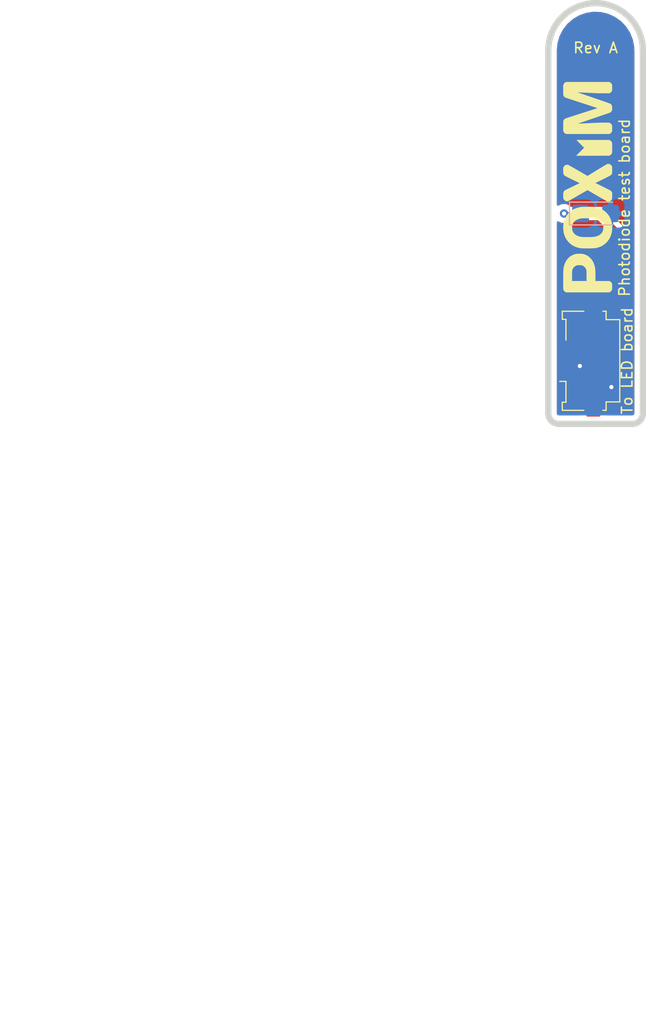
<source format=kicad_pcb>
(kicad_pcb (version 20171130) (host pcbnew "(5.1.0-0)")

  (general
    (thickness 1.6)
    (drawings 9)
    (tracks 10)
    (zones 0)
    (modules 4)
    (nets 5)
  )

  (page A4)
  (title_block
    (title "Finger sensor")
    (date 2020-04-27)
    (rev "Test proto")
    (company POxiM)
    (comment 1 "By Arthur Admiraal")
    (comment 2 "Infrared and red transmissivity sensor")
  )

  (layers
    (0 F.Cu signal)
    (31 B.Cu signal)
    (32 B.Adhes user)
    (33 F.Adhes user)
    (34 B.Paste user)
    (35 F.Paste user)
    (36 B.SilkS user)
    (37 F.SilkS user)
    (38 B.Mask user)
    (39 F.Mask user)
    (40 Dwgs.User user)
    (41 Cmts.User user)
    (42 Eco1.User user)
    (43 Eco2.User user)
    (44 Edge.Cuts user)
    (45 Margin user)
    (46 B.CrtYd user)
    (47 F.CrtYd user)
    (48 B.Fab user)
    (49 F.Fab user)
  )

  (setup
    (last_trace_width 0.25)
    (trace_clearance 0.2)
    (zone_clearance 0.508)
    (zone_45_only no)
    (trace_min 0.2)
    (via_size 0.8)
    (via_drill 0.4)
    (via_min_size 0.4)
    (via_min_drill 0.3)
    (user_via 0.6 0.3)
    (uvia_size 0.3)
    (uvia_drill 0.1)
    (uvias_allowed no)
    (uvia_min_size 0.2)
    (uvia_min_drill 0.1)
    (edge_width 0.05)
    (segment_width 0.2)
    (pcb_text_width 0.3)
    (pcb_text_size 1.5 1.5)
    (mod_edge_width 0.12)
    (mod_text_size 1 1)
    (mod_text_width 0.15)
    (pad_size 1.524 1.524)
    (pad_drill 0.762)
    (pad_to_mask_clearance 0.051)
    (solder_mask_min_width 0.25)
    (aux_axis_origin 0 0)
    (visible_elements FFFFFF7F)
    (pcbplotparams
      (layerselection 0x010fc_ffffffff)
      (usegerberextensions false)
      (usegerberattributes false)
      (usegerberadvancedattributes false)
      (creategerberjobfile false)
      (excludeedgelayer true)
      (linewidth 0.100000)
      (plotframeref false)
      (viasonmask false)
      (mode 1)
      (useauxorigin false)
      (hpglpennumber 1)
      (hpglpenspeed 20)
      (hpglpendiameter 15.000000)
      (psnegative false)
      (psa4output false)
      (plotreference true)
      (plotvalue true)
      (plotinvisibletext false)
      (padsonsilk false)
      (subtractmaskfromsilk false)
      (outputformat 1)
      (mirror false)
      (drillshape 1)
      (scaleselection 1)
      (outputdirectory ""))
  )

  (net 0 "")
  (net 1 GND)
  (net 2 "Net-(D1-Pad1)")
  (net 3 "Net-(J1-Pad4)")
  (net 4 "Net-(J1-Pad3)")

  (net_class Default "Dit is de standaard class."
    (clearance 0.2)
    (trace_width 0.25)
    (via_dia 0.8)
    (via_drill 0.4)
    (uvia_dia 0.3)
    (uvia_drill 0.1)
    (add_net GND)
    (add_net "Net-(D1-Pad1)")
    (add_net "Net-(J1-Pad3)")
    (add_net "Net-(J1-Pad4)")
  )

  (module POxiM-uncategorised:Molex_200528-0040_1x04-1MP_P1.00mm_Horizontal (layer F.Cu) (tedit 5EA6669E) (tstamp 5EA6C71F)
    (at 90.5 84 90)
    (descr "Molex Molex 1.00mm Pitch Easy-On BackFlip, Right-Angle, Bottom Contact FFC/FPC, 200528-0040, 4 Circuits (https://www.molex.com/pdm_docs/sd/2005280040_sd.pdf), generated with kicad-footprint-generator")
    (tags "connector Molex  top entry")
    (path /5EA6A4C1)
    (attr smd)
    (fp_text reference J1 (at 0 -2.61 90) (layer F.SilkS) hide
      (effects (font (size 1 1) (thickness 0.15)))
    )
    (fp_text value "To LED board" (at 0 5.39 90) (layer F.Fab)
      (effects (font (size 1 1) (thickness 0.15)))
    )
    (fp_text user %R (at 0 1.39 90) (layer F.Fab)
      (effects (font (size 1 1) (thickness 0.15)))
    )
    (fp_line (start 5.8 -1.91) (end -5.8 -1.91) (layer F.CrtYd) (width 0.05))
    (fp_line (start 5.8 4.69) (end 5.8 -1.91) (layer F.CrtYd) (width 0.05))
    (fp_line (start -5.8 4.69) (end 5.8 4.69) (layer F.CrtYd) (width 0.05))
    (fp_line (start -5.8 -1.91) (end -5.8 4.69) (layer F.CrtYd) (width 0.05))
    (fp_line (start 3.94 -0.82) (end 1.96 -0.82) (layer F.SilkS) (width 0.12))
    (fp_line (start 3.94 -1.17) (end 3.94 -0.82) (layer F.SilkS) (width 0.12))
    (fp_line (start 4.71 -1.17) (end 3.94 -1.17) (layer F.SilkS) (width 0.12))
    (fp_line (start 4.71 0.88) (end 4.71 -1.17) (layer F.SilkS) (width 0.12))
    (fp_line (start 4.71 3) (end 4.71 2.7) (layer F.SilkS) (width 0.12))
    (fp_line (start 3.91 3) (end 4.71 3) (layer F.SilkS) (width 0.12))
    (fp_line (start 3.91 4.3) (end 3.91 3) (layer F.SilkS) (width 0.12))
    (fp_line (start -3.91 4.3) (end 3.91 4.3) (layer F.SilkS) (width 0.12))
    (fp_line (start -3.91 3) (end -3.91 4.3) (layer F.SilkS) (width 0.12))
    (fp_line (start -4.71 3) (end -3.91 3) (layer F.SilkS) (width 0.12))
    (fp_line (start -4.71 2.7) (end -4.71 3) (layer F.SilkS) (width 0.12))
    (fp_line (start -4.71 -1.17) (end -4.71 0.88) (layer F.SilkS) (width 0.12))
    (fp_line (start -3.94 -1.17) (end -4.71 -1.17) (layer F.SilkS) (width 0.12))
    (fp_line (start -3.94 -0.82) (end -3.94 -1.17) (layer F.SilkS) (width 0.12))
    (fp_line (start -1.96 -0.82) (end -3.94 -0.82) (layer F.SilkS) (width 0.12))
    (fp_line (start -1.96 -1.41) (end -1.96 -0.82) (layer F.SilkS) (width 0.12))
    (fp_line (start 3.8 4.19) (end 3.8 0.19) (layer F.Fab) (width 0.1))
    (fp_line (start -3.8 4.19) (end 3.8 4.19) (layer F.Fab) (width 0.1))
    (fp_line (start -3.8 0.19) (end -3.8 4.19) (layer F.Fab) (width 0.1))
    (fp_line (start 3.8 0.19) (end -3.8 0.19) (layer F.Fab) (width 0.1))
    (fp_line (start -1.5 0.04) (end -1 -0.71) (layer F.Fab) (width 0.1))
    (fp_line (start -2 -0.71) (end -1.5 0.04) (layer F.Fab) (width 0.1))
    (fp_line (start 4.6 -1.06) (end 4.05 -1.06) (layer F.Fab) (width 0.1))
    (fp_line (start 4.6 2.89) (end 4.6 -1.06) (layer F.Fab) (width 0.1))
    (fp_line (start -4.6 2.89) (end 4.6 2.89) (layer F.Fab) (width 0.1))
    (fp_line (start -4.6 -1.06) (end -4.6 2.89) (layer F.Fab) (width 0.1))
    (fp_line (start -4.05 -1.06) (end -4.6 -1.06) (layer F.Fab) (width 0.1))
    (fp_line (start -4.05 -0.71) (end -4.05 -1.06) (layer F.Fab) (width 0.1))
    (fp_line (start 4.05 -0.71) (end -4.05 -0.71) (layer F.Fab) (width 0.1))
    (fp_line (start 4.05 -1.06) (end 4.05 -0.71) (layer F.Fab) (width 0.1))
    (pad 4 smd rect (at 1.5 -0.91 90) (size 0.4 1) (layers F.Cu F.Paste F.Mask)
      (net 3 "Net-(J1-Pad4)"))
    (pad 3 smd rect (at 0.5 -0.91 90) (size 0.4 1) (layers F.Cu F.Paste F.Mask)
      (net 4 "Net-(J1-Pad3)"))
    (pad 2 smd rect (at -0.5 -0.91 90) (size 0.4 1) (layers F.Cu F.Paste F.Mask)
      (net 1 GND))
    (pad 1 smd rect (at -1.5 -0.91 90) (size 0.4 1) (layers F.Cu F.Paste F.Mask)
      (net 2 "Net-(D1-Pad1)"))
    (pad MP smd rect (at 4.3 1.79 90) (size 2 1.3) (layers F.Cu F.Paste F.Mask))
    (pad MP smd rect (at -4.3 1.79 90) (size 2 1.3) (layers F.Cu F.Paste F.Mask))
    (model ${KISYS3DMOD}/Connector_FFC-FPC.3dshapes/Molex_200528-0040_1x04-1MP_P1.00mm_Horizontal.wrl
      (at (xyz 0 0 0))
      (scale (xyz 1 1 1))
      (rotate (xyz 0 0 0))
    )
    (model ${KIPRJMOD}/Libraries/Footprints/POxiM-uncategorised.3dshapes/2005280040.stp
      (offset (xyz 0 1 0))
      (scale (xyz 1 1 1))
      (rotate (xyz 180 0 0))
    )
  )

  (module LED_SMD:LED_1206_3216Metric_Castellated (layer B.Cu) (tedit 5B301BBE) (tstamp 5EA6C6DB)
    (at 92.5 70)
    (descr "LED SMD 1206 (3216 Metric), castellated end terminal, IPC_7351 nominal, (Body size source: http://www.tortai-tech.com/upload/download/2011102023233369053.pdf), generated with kicad-footprint-generator")
    (tags "LED castellated")
    (path /5EA6D793)
    (attr smd)
    (fp_text reference D1 (at 0 1.78) (layer B.SilkS) hide
      (effects (font (size 1 1) (thickness 0.15)) (justify mirror))
    )
    (fp_text value Photodiode (at 0 -1.78) (layer B.Fab)
      (effects (font (size 1 1) (thickness 0.15)) (justify mirror))
    )
    (fp_text user %R (at 0 0) (layer B.Fab)
      (effects (font (size 0.8 0.8) (thickness 0.12)) (justify mirror))
    )
    (fp_line (start 2.48 -1.08) (end -2.48 -1.08) (layer B.CrtYd) (width 0.05))
    (fp_line (start 2.48 1.08) (end 2.48 -1.08) (layer B.CrtYd) (width 0.05))
    (fp_line (start -2.48 1.08) (end 2.48 1.08) (layer B.CrtYd) (width 0.05))
    (fp_line (start -2.48 -1.08) (end -2.48 1.08) (layer B.CrtYd) (width 0.05))
    (fp_line (start -2.485 -1.085) (end 1.6 -1.085) (layer B.SilkS) (width 0.12))
    (fp_line (start -2.485 1.085) (end -2.485 -1.085) (layer B.SilkS) (width 0.12))
    (fp_line (start 1.6 1.085) (end -2.485 1.085) (layer B.SilkS) (width 0.12))
    (fp_line (start 1.6 -0.8) (end 1.6 0.8) (layer B.Fab) (width 0.1))
    (fp_line (start -1.6 -0.8) (end 1.6 -0.8) (layer B.Fab) (width 0.1))
    (fp_line (start -1.6 0.4) (end -1.6 -0.8) (layer B.Fab) (width 0.1))
    (fp_line (start -1.2 0.8) (end -1.6 0.4) (layer B.Fab) (width 0.1))
    (fp_line (start 1.6 0.8) (end -1.2 0.8) (layer B.Fab) (width 0.1))
    (pad 2 smd roundrect (at 1.425 0) (size 1.6 1.65) (layers B.Cu B.Paste B.Mask) (roundrect_rratio 0.15625)
      (net 1 GND))
    (pad 1 smd roundrect (at -1.425 0) (size 1.6 1.65) (layers B.Cu B.Paste B.Mask) (roundrect_rratio 0.15625)
      (net 2 "Net-(D1-Pad1)"))
    (model ${KISYS3DMOD}/LED_SMD.3dshapes/LED_1206_3216Metric_Castellated.wrl
      (at (xyz 0 0 0))
      (scale (xyz 1 1 1))
      (rotate (xyz 0 0 0))
    )
  )

  (module POxiM-logos:POxiMLogo_GoldHeart_W20mm (layer F.Cu) (tedit 5EA35774) (tstamp 5EA6DC17)
    (at 91.75 67.5 90)
    (fp_text reference G*** (at 0 0 90) (layer F.SilkS) hide
      (effects (font (size 1.524 1.524) (thickness 0.3)))
    )
    (fp_text value LOGO (at 0.75 0 90) (layer F.SilkS) hide
      (effects (font (size 1.524 1.524) (thickness 0.3)))
    )
    (fp_poly (pts (xy 3.50151 -2.298736) (xy 3.574855 -2.265126) (xy 3.609668 -2.241541) (xy 3.6562 -2.197058)
      (xy 3.697902 -2.140611) (xy 3.729625 -2.07994) (xy 3.742388 -2.04216) (xy 3.756453 -1.98628)
      (xy 3.764059 -2.02184) (xy 3.787998 -2.090713) (xy 3.828014 -2.157798) (xy 3.880109 -2.218152)
      (xy 3.940287 -2.266833) (xy 3.980172 -2.289108) (xy 4.027688 -2.303795) (xy 4.087182 -2.311708)
      (xy 4.151473 -2.312846) (xy 4.213379 -2.30721) (xy 4.265721 -2.294799) (xy 4.279907 -2.289108)
      (xy 4.331454 -2.257831) (xy 4.383541 -2.213538) (xy 4.429936 -2.162368) (xy 4.464404 -2.110464)
      (xy 4.467551 -2.104256) (xy 4.482129 -2.070942) (xy 4.490632 -2.040162) (xy 4.4946 -2.004039)
      (xy 4.495565 -1.96088) (xy 4.493806 -1.914126) (xy 4.487124 -1.872539) (xy 4.473825 -1.832177)
      (xy 4.452214 -1.789102) (xy 4.420595 -1.739374) (xy 4.377275 -1.679052) (xy 4.370346 -1.669759)
      (xy 4.351096 -1.646129) (xy 4.32102 -1.611869) (xy 4.2819 -1.568821) (xy 4.23552 -1.518824)
      (xy 4.183662 -1.463719) (xy 4.12811 -1.405344) (xy 4.070646 -1.345541) (xy 4.013055 -1.286149)
      (xy 3.957118 -1.229009) (xy 3.904619 -1.17596) (xy 3.857342 -1.128843) (xy 3.817068 -1.089497)
      (xy 3.785581 -1.059764) (xy 3.764665 -1.041482) (xy 3.756534 -1.03632) (xy 3.747319 -1.043278)
      (xy 3.725552 -1.063043) (xy 3.692949 -1.093958) (xy 3.651226 -1.134364) (xy 3.6021 -1.1826)
      (xy 3.547286 -1.237009) (xy 3.501543 -1.28281) (xy 3.403865 -1.382032) (xy 3.3203 -1.469324)
      (xy 3.249644 -1.54611) (xy 3.190694 -1.613811) (xy 3.142247 -1.67385) (xy 3.103097 -1.727651)
      (xy 3.072042 -1.776635) (xy 3.051543 -1.81467) (xy 3.031306 -1.85806) (xy 3.019514 -1.8915)
      (xy 3.014147 -1.922463) (xy 3.013164 -1.95668) (xy 3.023276 -2.038186) (xy 3.05004 -2.111499)
      (xy 3.091051 -2.17547) (xy 3.143902 -2.228949) (xy 3.206185 -2.270787) (xy 3.275495 -2.299833)
      (xy 3.349423 -2.31494) (xy 3.425564 -2.314957) (xy 3.50151 -2.298736)) (layer F.Mask) (width 0.01))
    (fp_poly (pts (xy 9.508644 -2.325202) (xy 9.576668 -2.323952) (xy 9.632193 -2.321779) (xy 9.677174 -2.318551)
      (xy 9.713566 -2.314134) (xy 9.743324 -2.308396) (xy 9.768401 -2.301205) (xy 9.790752 -2.292427)
      (xy 9.808133 -2.284096) (xy 9.866799 -2.244833) (xy 9.920382 -2.1917) (xy 9.962771 -2.131119)
      (xy 9.973264 -2.110581) (xy 10.00252 -2.04724) (xy 10.00252 2.04724) (xy 9.973264 2.11058)
      (xy 9.929129 2.182668) (xy 9.870274 2.242016) (xy 9.799234 2.286616) (xy 9.718542 2.314459)
      (xy 9.714999 2.315228) (xy 9.684087 2.319327) (xy 9.637258 2.322503) (xy 9.578893 2.324742)
      (xy 9.513376 2.326029) (xy 9.445088 2.326348) (xy 9.378412 2.325686) (xy 9.31773 2.324026)
      (xy 9.267424 2.321354) (xy 9.231877 2.317655) (xy 9.227418 2.316885) (xy 9.144728 2.291213)
      (xy 9.071345 2.248171) (xy 9.009568 2.189461) (xy 8.964375 2.121974) (xy 8.93572 2.06756)
      (xy 8.933458 1.55448) (xy 8.933118 1.467528) (xy 8.932943 1.388329) (xy 8.932992 1.315009)
      (xy 8.933321 1.245693) (xy 8.93399 1.178505) (xy 8.935056 1.111572) (xy 8.936578 1.043018)
      (xy 8.938612 0.970968) (xy 8.941218 0.893548) (xy 8.944453 0.808884) (xy 8.948374 0.715099)
      (xy 8.953042 0.61032) (xy 8.958512 0.492672) (xy 8.964843 0.36028) (xy 8.972094 0.211269)
      (xy 8.979975 0.0508) (xy 8.98679 -0.089326) (xy 8.993161 -0.223731) (xy 8.99903 -0.351023)
      (xy 9.004342 -0.46981) (xy 9.009039 -0.5787) (xy 9.013066 -0.676301) (xy 9.016364 -0.761221)
      (xy 9.018878 -0.832068) (xy 9.02055 -0.887449) (xy 9.021324 -0.925974) (xy 9.021144 -0.946248)
      (xy 9.020715 -0.949075) (xy 9.012194 -0.947442) (xy 9.002295 -0.930976) (xy 9.001508 -0.928978)
      (xy 8.997016 -0.916196) (xy 8.986326 -0.885238) (xy 8.969796 -0.837162) (xy 8.94779 -0.773023)
      (xy 8.920668 -0.693879) (xy 8.888792 -0.600784) (xy 8.852522 -0.494796) (xy 8.812222 -0.376972)
      (xy 8.768251 -0.248366) (xy 8.720971 -0.110037) (xy 8.670743 0.03696) (xy 8.61793 0.191569)
      (xy 8.562892 0.352733) (xy 8.50599 0.519395) (xy 8.477009 0.604296) (xy 8.404638 0.816171)
      (xy 8.338494 1.009493) (xy 8.278326 1.184971) (xy 8.223887 1.343311) (xy 8.174927 1.485222)
      (xy 8.131196 1.611412) (xy 8.092445 1.722589) (xy 8.058426 1.81946) (xy 8.028889 1.902734)
      (xy 8.003586 1.973118) (xy 7.982266 2.03132) (xy 7.964681 2.078048) (xy 7.950581 2.11401)
      (xy 7.939718 2.139914) (xy 7.931842 2.156468) (xy 7.928924 2.161494) (xy 7.879334 2.220627)
      (xy 7.816232 2.269711) (xy 7.747 2.303527) (xy 7.723622 2.310472) (xy 7.696268 2.315452)
      (xy 7.661288 2.318755) (xy 7.615034 2.320667) (xy 7.553858 2.321477) (xy 7.5184 2.32156)
      (xy 7.454027 2.321448) (xy 7.406134 2.320805) (xy 7.370881 2.319164) (xy 7.344427 2.31606)
      (xy 7.322933 2.311028) (xy 7.302558 2.303603) (xy 7.279462 2.293319) (xy 7.27738 2.292358)
      (xy 7.228286 2.263503) (xy 7.178942 2.224041) (xy 7.135391 2.179556) (xy 7.103672 2.135635)
      (xy 7.099539 2.12793) (xy 7.094628 2.115082) (xy 7.083551 2.084049) (xy 7.066672 2.035889)
      (xy 7.044353 1.97166) (xy 7.016958 1.89242) (xy 6.98485 1.799227) (xy 6.948391 1.693137)
      (xy 6.907944 1.57521) (xy 6.863873 1.446504) (xy 6.816541 1.308075) (xy 6.76631 1.160982)
      (xy 6.713543 1.006283) (xy 6.658604 0.845035) (xy 6.601856 0.678297) (xy 6.573311 0.59436)
      (xy 6.515931 0.425683) (xy 6.460258 0.262205) (xy 6.406649 0.104967) (xy 6.35546 -0.044993)
      (xy 6.307047 -0.186637) (xy 6.261768 -0.318924) (xy 6.219979 -0.440817) (xy 6.182038 -0.551275)
      (xy 6.1483 -0.64926) (xy 6.119122 -0.733733) (xy 6.094862 -0.803654) (xy 6.075876 -0.857985)
      (xy 6.06252 -0.895686) (xy 6.055152 -0.915719) (xy 6.05381 -0.918803) (xy 6.043008 -0.924537)
      (xy 6.040674 -0.923422) (xy 6.040488 -0.912815) (xy 6.041263 -0.88327) (xy 6.042937 -0.836144)
      (xy 6.045452 -0.772792) (xy 6.048747 -0.694571) (xy 6.052761 -0.602838) (xy 6.057436 -0.498949)
      (xy 6.062711 -0.384261) (xy 6.068526 -0.260129) (xy 6.074821 -0.12791) (xy 6.081536 0.01104)
      (xy 6.086486 0.112221) (xy 6.094858 0.283012) (xy 6.10225 0.435261) (xy 6.108718 0.570721)
      (xy 6.114318 0.691143) (xy 6.119106 0.79828) (xy 6.12314 0.893883) (xy 6.126475 0.979704)
      (xy 6.129168 1.057495) (xy 6.131275 1.129009) (xy 6.132853 1.195997) (xy 6.133957 1.260211)
      (xy 6.134645 1.323403) (xy 6.134972 1.387326) (xy 6.134996 1.45373) (xy 6.134772 1.524369)
      (xy 6.134361 1.6002) (xy 6.133672 1.708568) (xy 6.13299 1.798556) (xy 6.132217 1.872102)
      (xy 6.131256 1.931145) (xy 6.130009 1.977625) (xy 6.128381 2.01348) (xy 6.126272 2.040649)
      (xy 6.123587 2.061072) (xy 6.120228 2.076686) (xy 6.116098 2.089432) (xy 6.1111 2.101249)
      (xy 6.109022 2.10575) (xy 6.07991 2.154248) (xy 6.039519 2.203335) (xy 5.993788 2.246724)
      (xy 5.948657 2.278125) (xy 5.943801 2.28067) (xy 5.904901 2.297029) (xy 5.860666 2.311168)
      (xy 5.844039 2.315216) (xy 5.815339 2.318893) (xy 5.770561 2.321751) (xy 5.713933 2.323781)
      (xy 5.649682 2.324976) (xy 5.582035 2.325329) (xy 5.515218 2.324833) (xy 5.453459 2.32348)
      (xy 5.400984 2.321262) (xy 5.362019 2.318174) (xy 5.347767 2.316078) (xy 5.275498 2.292096)
      (xy 5.20741 2.251369) (xy 5.148021 2.197466) (xy 5.101853 2.133961) (xy 5.091118 2.11328)
      (xy 5.06476 2.0574) (xy 5.06476 -2.0574) (xy 5.091118 -2.11328) (xy 5.134038 -2.181289)
      (xy 5.193062 -2.239968) (xy 5.264932 -2.286149) (xy 5.27304 -2.29012) (xy 5.33908 -2.32156)
      (xy 5.81152 -2.32156) (xy 5.921727 -2.321543) (xy 6.013549 -2.321435) (xy 6.088917 -2.32115)
      (xy 6.149765 -2.320603) (xy 6.198027 -2.319708) (xy 6.235636 -2.318381) (xy 6.264525 -2.316536)
      (xy 6.286628 -2.314088) (xy 6.303878 -2.310951) (xy 6.318208 -2.307041) (xy 6.331552 -2.302271)
      (xy 6.341888 -2.298154) (xy 6.402785 -2.265368) (xy 6.459017 -2.220058) (xy 6.504755 -2.167505)
      (xy 6.52677 -2.130579) (xy 6.531744 -2.117082) (xy 6.542443 -2.085661) (xy 6.558459 -2.037586)
      (xy 6.579382 -1.974125) (xy 6.604805 -1.89655) (xy 6.634319 -1.806128) (xy 6.667516 -1.704129)
      (xy 6.703986 -1.591823) (xy 6.743322 -1.470479) (xy 6.785115 -1.341366) (xy 6.828957 -1.205754)
      (xy 6.874438 -1.064912) (xy 6.921151 -0.92011) (xy 6.968687 -0.772617) (xy 7.016637 -0.623702)
      (xy 7.064594 -0.474634) (xy 7.112148 -0.326684) (xy 7.158891 -0.18112) (xy 7.204415 -0.039212)
      (xy 7.248311 0.097771) (xy 7.29017 0.228559) (xy 7.329584 0.351883) (xy 7.366145 0.466474)
      (xy 7.399444 0.571062) (xy 7.429073 0.664378) (xy 7.454623 0.745152) (xy 7.475685 0.812116)
      (xy 7.491851 0.863999) (xy 7.502713 0.899532) (xy 7.507863 0.917447) (xy 7.50824 0.919316)
      (xy 7.516341 0.924188) (xy 7.52094 0.924538) (xy 7.525784 0.914937) (xy 7.536608 0.886481)
      (xy 7.553242 0.839683) (xy 7.575516 0.775055) (xy 7.603261 0.69311) (xy 7.636306 0.59436)
      (xy 7.674481 0.479317) (xy 7.717617 0.348494) (xy 7.765543 0.202403) (xy 7.818091 0.041557)
      (xy 7.875089 -0.133533) (xy 7.936368 -0.322353) (xy 8.001758 -0.524391) (xy 8.015347 -0.566442)
      (xy 8.07013 -0.735831) (xy 8.123528 -0.900599) (xy 8.175179 -1.059645) (xy 8.224721 -1.211866)
      (xy 8.271791 -1.35616) (xy 8.316026 -1.491425) (xy 8.357066 -1.61656) (xy 8.394547 -1.730461)
      (xy 8.428107 -1.832026) (xy 8.457385 -1.920155) (xy 8.482017 -1.993743) (xy 8.501641 -2.05169)
      (xy 8.515896 -2.092894) (xy 8.524419 -2.116251) (xy 8.526009 -2.120069) (xy 8.566958 -2.185918)
      (xy 8.62312 -2.242875) (xy 8.689912 -2.286627) (xy 8.715231 -2.298135) (xy 8.729741 -2.303795)
      (xy 8.743981 -2.308478) (xy 8.759982 -2.312291) (xy 8.779779 -2.315345) (xy 8.805404 -2.317749)
      (xy 8.83889 -2.319612) (xy 8.882269 -2.321043) (xy 8.937576 -2.322152) (xy 9.006843 -2.323047)
      (xy 9.092103 -2.32384) (xy 9.195388 -2.324638) (xy 9.21004 -2.324746) (xy 9.327285 -2.325467)
      (xy 9.426168 -2.325663) (xy 9.508644 -2.325202)) (layer F.SilkS) (width 0.01))
    (fp_poly (pts (xy 3.375601 -0.713727) (xy 3.754247 -0.335253) (xy 4.003103 -0.58486) (xy 4.068058 -0.649779)
      (xy 4.134298 -0.715561) (xy 4.19898 -0.779414) (xy 4.259263 -0.838545) (xy 4.312303 -0.89016)
      (xy 4.355259 -0.931466) (xy 4.371467 -0.946818) (xy 4.490974 -1.059168) (xy 4.48564 2.0574)
      (xy 4.463102 2.10575) (xy 4.43399 2.154248) (xy 4.393599 2.203335) (xy 4.347868 2.246724)
      (xy 4.302737 2.278125) (xy 4.297881 2.28067) (xy 4.274815 2.291583) (xy 4.251499 2.300629)
      (xy 4.225844 2.307978) (xy 4.195757 2.313798) (xy 4.159148 2.318257) (xy 4.113928 2.321524)
      (xy 4.058004 2.323767) (xy 3.989286 2.325155) (xy 3.905684 2.325856) (xy 3.805107 2.326039)
      (xy 3.735839 2.325971) (xy 3.627588 2.325652) (xy 3.537723 2.325039) (xy 3.464313 2.324066)
      (xy 3.405424 2.322668) (xy 3.359125 2.320781) (xy 3.323484 2.31834) (xy 3.296568 2.315278)
      (xy 3.276446 2.311532) (xy 3.271766 2.310352) (xy 3.191463 2.278815) (xy 3.122317 2.23118)
      (xy 3.066348 2.169219) (xy 3.025579 2.094703) (xy 3.025478 2.094454) (xy 3.00228 2.03708)
      (xy 2.996954 -1.0922) (xy 3.375601 -0.713727)) (layer F.SilkS) (width 0.01))
    (fp_poly (pts (xy 1.912295 -2.294331) (xy 1.983639 -2.250971) (xy 2.044452 -2.194127) (xy 2.090581 -2.127881)
      (xy 2.099216 -2.110581) (xy 2.114565 -2.073983) (xy 2.123463 -2.041523) (xy 2.127551 -2.004808)
      (xy 2.128472 -1.96088) (xy 2.127531 -1.914416) (xy 2.123496 -1.879922) (xy 2.114639 -1.849096)
      (xy 2.099233 -1.813632) (xy 2.096771 -1.80848) (xy 2.087208 -1.790355) (xy 2.068206 -1.755962)
      (xy 2.040514 -1.706614) (xy 2.004883 -1.643625) (xy 1.962062 -1.568308) (xy 1.9128 -1.481976)
      (xy 1.857848 -1.385942) (xy 1.797955 -1.28152) (xy 1.733871 -1.170022) (xy 1.666346 -1.052761)
      (xy 1.59613 -0.931052) (xy 1.567079 -0.880761) (xy 1.069136 -0.019082) (xy 1.63015 0.898431)
      (xy 1.71953 1.044851) (xy 1.802866 1.18186) (xy 1.879693 1.308678) (xy 1.949548 1.424524)
      (xy 2.011964 1.528616) (xy 2.066476 1.620174) (xy 2.112621 1.698416) (xy 2.149933 1.762561)
      (xy 2.177946 1.811829) (xy 2.196197 1.845438) (xy 2.20422 1.862608) (xy 2.204355 1.863057)
      (xy 2.211754 1.906866) (xy 2.213691 1.961364) (xy 2.212709 1.98554) (xy 2.197829 2.070047)
      (xy 2.165089 2.145322) (xy 2.115248 2.21027) (xy 2.049067 2.263795) (xy 2.00152 2.290119)
      (xy 1.93548 2.32156) (xy 1.676896 2.325019) (xy 1.58023 2.32587) (xy 1.501182 2.325386)
      (xy 1.437076 2.32328) (xy 1.385238 2.319265) (xy 1.342993 2.313053) (xy 1.307665 2.304357)
      (xy 1.276579 2.292892) (xy 1.248279 2.279031) (xy 1.232222 2.270232) (xy 1.217356 2.261399)
      (xy 1.203129 2.251544) (xy 1.188989 2.23968) (xy 1.174382 2.224817) (xy 1.158759 2.205968)
      (xy 1.141564 2.182144) (xy 1.122248 2.152358) (xy 1.100257 2.115621) (xy 1.075039 2.070945)
      (xy 1.046042 2.017342) (xy 1.012714 1.953824) (xy 0.974502 1.879402) (xy 0.930854 1.793089)
      (xy 0.881219 1.693897) (xy 0.825043 1.580836) (xy 0.761775 1.45292) (xy 0.690862 1.30916)
      (xy 0.611752 1.148568) (xy 0.57649 1.07696) (xy 0.403883 0.72644) (xy 0.04553 1.448075)
      (xy -0.022596 1.585256) (xy -0.082395 1.705467) (xy -0.134607 1.80992) (xy -0.179969 1.89983)
      (xy -0.219223 1.976411) (xy -0.253106 2.040877) (xy -0.28236 2.094442) (xy -0.307723 2.13832)
      (xy -0.329934 2.173725) (xy -0.349734 2.20187) (xy -0.367861 2.223971) (xy -0.385055 2.24124)
      (xy -0.402055 2.254892) (xy -0.419602 2.266141) (xy -0.438433 2.2762) (xy -0.45929 2.286285)
      (xy -0.46736 2.290119) (xy -0.5334 2.32156) (xy -0.78232 2.323433) (xy -0.854152 2.323588)
      (xy -0.921614 2.323014) (xy -0.981267 2.321797) (xy -1.029672 2.320022) (xy -1.063388 2.317774)
      (xy -1.075622 2.316137) (xy -1.151468 2.290445) (xy -1.220668 2.247434) (xy -1.279756 2.189856)
      (xy -1.325265 2.120461) (xy -1.327283 2.116402) (xy -1.349126 2.054666) (xy -1.360061 1.985384)
      (xy -1.359637 1.916) (xy -1.347398 1.853956) (xy -1.343866 1.84404) (xy -1.33607 1.828292)
      (xy -1.318721 1.796262) (xy -1.292536 1.749203) (xy -1.258233 1.688365) (xy -1.216528 1.615)
      (xy -1.168138 1.530362) (xy -1.113781 1.435701) (xy -1.054171 1.33227) (xy -0.990028 1.22132)
      (xy -0.922068 1.104103) (xy -0.851006 0.981873) (xy -0.802813 0.89916) (xy -0.730534 0.77513)
      (xy -0.661138 0.655879) (xy -0.595315 0.5426) (xy -0.533752 0.436484) (xy -0.477139 0.338724)
      (xy -0.426163 0.250511) (xy -0.381512 0.173039) (xy -0.343876 0.107498) (xy -0.313942 0.055083)
      (xy -0.2924 0.016984) (xy -0.279936 -0.005606) (xy -0.276978 -0.011567) (xy -0.28133 -0.022634)
      (xy -0.29529 -0.050169) (xy -0.318246 -0.09308) (xy -0.349584 -0.150273) (xy -0.388688 -0.220656)
      (xy -0.434946 -0.303137) (xy -0.487744 -0.396622) (xy -0.546467 -0.500018) (xy -0.610501 -0.612233)
      (xy -0.679233 -0.732174) (xy -0.752049 -0.858749) (xy -0.786145 -0.917857) (xy -0.858011 -1.04256)
      (xy -0.92722 -1.16308) (xy -0.993063 -1.278156) (xy -1.054827 -1.386526) (xy -1.111802 -1.48693)
      (xy -1.163277 -1.578105) (xy -1.208542 -1.658791) (xy -1.246885 -1.727726) (xy -1.277596 -1.783649)
      (xy -1.299964 -1.825298) (xy -1.313277 -1.851412) (xy -1.316663 -1.859216) (xy -1.32793 -1.917)
      (xy -1.328953 -1.983317) (xy -1.320227 -2.049449) (xy -1.302696 -2.105668) (xy -1.269294 -2.161707)
      (xy -1.221777 -2.215883) (xy -1.165969 -2.262409) (xy -1.11478 -2.292359) (xy -1.05156 -2.32156)
      (xy -0.78232 -2.321353) (xy -0.698338 -2.321119) (xy -0.632057 -2.320465) (xy -0.580863 -2.319246)
      (xy -0.542138 -2.317316) (xy -0.513268 -2.31453) (xy -0.491636 -2.310742) (xy -0.474626 -2.305807)
      (xy -0.469789 -2.303984) (xy -0.412403 -2.275363) (xy -0.358824 -2.238066) (xy -0.316094 -2.19723)
      (xy -0.306177 -2.184688) (xy -0.297307 -2.16939) (xy -0.280445 -2.137281) (xy -0.256347 -2.089889)
      (xy -0.225766 -2.028746) (xy -0.189456 -1.955381) (xy -0.148173 -1.871325) (xy -0.102669 -1.778107)
      (xy -0.053699 -1.677257) (xy -0.002017 -1.570305) (xy 0.050234 -1.461674) (xy 0.103271 -1.351244)
      (xy 0.153837 -1.246129) (xy 0.201232 -1.14777) (xy 0.244759 -1.057608) (xy 0.28372 -0.977084)
      (xy 0.317415 -0.90764) (xy 0.345148 -0.850716) (xy 0.366219 -0.807754) (xy 0.37993 -0.780196)
      (xy 0.385584 -0.769481) (xy 0.38562 -0.769436) (xy 0.39105 -0.777087) (xy 0.404628 -0.801651)
      (xy 0.425661 -0.841747) (xy 0.453455 -0.895995) (xy 0.487317 -0.963013) (xy 0.526552 -1.04142)
      (xy 0.570466 -1.129834) (xy 0.618366 -1.226874) (xy 0.669559 -1.331159) (xy 0.72335 -1.441308)
      (xy 0.732212 -1.459507) (xy 0.795512 -1.589499) (xy 0.850645 -1.702515) (xy 0.898299 -1.799867)
      (xy 0.939164 -1.882868) (xy 0.973929 -1.952829) (xy 1.003283 -2.011063) (xy 1.027915 -2.058883)
      (xy 1.048514 -2.0976) (xy 1.065768 -2.128527) (xy 1.080368 -2.152976) (xy 1.093001 -2.17226)
      (xy 1.104358 -2.18769) (xy 1.115126 -2.200579) (xy 1.125996 -2.21224) (xy 1.129133 -2.215445)
      (xy 1.185158 -2.263987) (xy 1.242156 -2.295963) (xy 1.245973 -2.297534) (xy 1.264546 -2.304717)
      (xy 1.282204 -2.310305) (xy 1.301725 -2.314498) (xy 1.325883 -2.317497) (xy 1.357455 -2.3195)
      (xy 1.399218 -2.320708) (xy 1.453947 -2.321321) (xy 1.524418 -2.321537) (xy 1.57988 -2.32156)
      (xy 1.8542 -2.32156) (xy 1.912295 -2.294331)) (layer F.SilkS) (width 0.01))
    (fp_poly (pts (xy -3.718443 -2.322879) (xy -3.51328 -2.304665) (xy -3.316792 -2.26849) (xy -3.129341 -2.214496)
      (xy -2.95129 -2.142827) (xy -2.783 -2.053625) (xy -2.624832 -1.947032) (xy -2.477149 -1.823191)
      (xy -2.359328 -1.703583) (xy -2.236894 -1.55328) (xy -2.131868 -1.392549) (xy -2.044326 -1.221562)
      (xy -1.974342 -1.040492) (xy -1.921988 -0.849511) (xy -1.88734 -0.648793) (xy -1.88024 -0.584976)
      (xy -1.877585 -0.546011) (xy -1.875316 -0.489482) (xy -1.873433 -0.418142) (xy -1.871936 -0.334743)
      (xy -1.870824 -0.242037) (xy -1.870098 -0.142777) (xy -1.869758 -0.039715) (xy -1.869804 0.064396)
      (xy -1.870236 0.166804) (xy -1.871053 0.264756) (xy -1.872256 0.3555) (xy -1.873846 0.436284)
      (xy -1.87582 0.504355) (xy -1.878181 0.55696) (xy -1.88024 0.584975) (xy -1.909423 0.790382)
      (xy -1.955991 0.985283) (xy -2.019981 1.16975) (xy -2.101429 1.343856) (xy -2.200372 1.507672)
      (xy -2.316845 1.661272) (xy -2.450885 1.804726) (xy -2.527454 1.875261) (xy -2.670932 1.987577)
      (xy -2.826843 2.084347) (xy -2.99422 2.165297) (xy -3.172092 2.230155) (xy -3.35949 2.278645)
      (xy -3.555445 2.310495) (xy -3.758986 2.32543) (xy -3.969145 2.323177) (xy -4.08432 2.314786)
      (xy -4.282621 2.286503) (xy -4.473399 2.239994) (xy -4.655736 2.175759) (xy -4.828718 2.094295)
      (xy -4.991426 1.996103) (xy -5.142943 1.881681) (xy -5.282354 1.751528) (xy -5.408742 1.606143)
      (xy -5.425073 1.58496) (xy -5.534028 1.425074) (xy -5.625109 1.255734) (xy -5.698389 1.076762)
      (xy -5.753937 0.887979) (xy -5.791827 0.689206) (xy -5.796143 0.657339) (xy -5.800231 0.613529)
      (xy -5.803745 0.552112) (xy -5.806685 0.475731) (xy -5.80905 0.387033) (xy -5.810842 0.288663)
      (xy -5.812061 0.183267) (xy -5.812707 0.07349) (xy -5.812739 0.024745) (xy -4.743319 0.024745)
      (xy -4.743219 0.163032) (xy -4.741542 0.284514) (xy -4.738203 0.390924) (xy -4.733119 0.483996)
      (xy -4.726205 0.565462) (xy -4.717376 0.637055) (xy -4.706549 0.700508) (xy -4.699951 0.73152)
      (xy -4.658813 0.876857) (xy -4.605201 1.008524) (xy -4.53971 1.125803) (xy -4.462933 1.227978)
      (xy -4.375467 1.314331) (xy -4.277906 1.384145) (xy -4.170845 1.436704) (xy -4.093906 1.461958)
      (xy -4.051925 1.473051) (xy -4.018578 1.480981) (xy -3.989083 1.486208) (xy -3.958661 1.489188)
      (xy -3.922531 1.49038) (xy -3.875913 1.490242) (xy -3.814028 1.489232) (xy -3.81 1.489159)
      (xy -3.748058 1.487758) (xy -3.70125 1.485665) (xy -3.664392 1.482152) (xy -3.6323 1.47649)
      (xy -3.599787 1.46795) (xy -3.56167 1.455804) (xy -3.553693 1.453139) (xy -3.440382 1.404661)
      (xy -3.337413 1.338971) (xy -3.245221 1.256596) (xy -3.164237 1.158064) (xy -3.094894 1.043902)
      (xy -3.037625 0.914636) (xy -2.992863 0.770795) (xy -2.99249 0.769322) (xy -2.982463 0.727788)
      (xy -2.973982 0.687463) (xy -2.966921 0.646245) (xy -2.961155 0.602031) (xy -2.956557 0.552717)
      (xy -2.953003 0.496198) (xy -2.950365 0.430373) (xy -2.948518 0.353137) (xy -2.947336 0.262387)
      (xy -2.946694 0.15602) (xy -2.946465 0.031931) (xy -2.946458 0) (xy -2.946609 -0.128628)
      (xy -2.947146 -0.239035) (xy -2.948193 -0.333322) (xy -2.949876 -0.413588) (xy -2.952319 -0.48193)
      (xy -2.955647 -0.540449) (xy -2.959984 -0.591242) (xy -2.965457 -0.63641) (xy -2.972189 -0.67805)
      (xy -2.980306 -0.718262) (xy -2.989932 -0.759144) (xy -2.99214 -0.767945) (xy -3.036934 -0.912249)
      (xy -3.094379 -1.041926) (xy -3.164058 -1.156492) (xy -3.245555 -1.255464) (xy -3.338453 -1.338357)
      (xy -3.442336 -1.404687) (xy -3.556788 -1.453971) (xy -3.592018 -1.46504) (xy -3.62525 -1.473964)
      (xy -3.65645 -1.480304) (xy -3.690159 -1.484471) (xy -3.730919 -1.486878) (xy -3.783272 -1.48794)
      (xy -3.84556 -1.488081) (xy -3.927378 -1.48697) (xy -3.993798 -1.483408) (xy -4.049688 -1.47649)
      (xy -4.099911 -1.465307) (xy -4.149333 -1.448951) (xy -4.202819 -1.426516) (xy -4.22148 -1.417954)
      (xy -4.321294 -1.360434) (xy -4.412911 -1.285203) (xy -4.495287 -1.193571) (xy -4.567372 -1.086848)
      (xy -4.628121 -0.966345) (xy -4.668627 -0.85852) (xy -4.684309 -0.807757) (xy -4.697471 -0.759003)
      (xy -4.708361 -0.709811) (xy -4.717226 -0.65773) (xy -4.724313 -0.600311) (xy -4.729869 -0.535106)
      (xy -4.734142 -0.459666) (xy -4.737377 -0.37154) (xy -4.739824 -0.26828) (xy -4.741728 -0.147436)
      (xy -4.741926 -0.13208) (xy -4.743319 0.024745) (xy -5.812739 0.024745) (xy -5.812781 -0.038022)
      (xy -5.812284 -0.148624) (xy -5.811215 -0.255671) (xy -5.809577 -0.356516) (xy -5.807368 -0.448515)
      (xy -5.80459 -0.529021) (xy -5.801242 -0.59539) (xy -5.797327 -0.644977) (xy -5.795892 -0.65734)
      (xy -5.760438 -0.856307) (xy -5.707291 -1.046614) (xy -5.636886 -1.227462) (xy -5.549659 -1.398054)
      (xy -5.446044 -1.557589) (xy -5.326477 -1.705269) (xy -5.191391 -1.840296) (xy -5.117548 -1.903313)
      (xy -4.970285 -2.011819) (xy -4.817246 -2.103267) (xy -4.656889 -2.178205) (xy -4.48767 -2.237177)
      (xy -4.308046 -2.280732) (xy -4.116475 -2.309414) (xy -3.93192 -2.32299) (xy -3.718443 -2.322879)) (layer F.SilkS) (width 0.01))
    (fp_poly (pts (xy -9.087703 -2.325343) (xy -8.949732 -2.324817) (xy -8.793078 -2.324096) (xy -8.75284 -2.323901)
      (xy -8.589804 -2.323086) (xy -8.445564 -2.322273) (xy -8.318595 -2.321376) (xy -8.207373 -2.320313)
      (xy -8.110375 -2.318999) (xy -8.026077 -2.317349) (xy -7.952953 -2.315282) (xy -7.889481 -2.312711)
      (xy -7.834136 -2.309554) (xy -7.785393 -2.305727) (xy -7.74173 -2.301145) (xy -7.701621 -2.295725)
      (xy -7.663543 -2.289382) (xy -7.625971 -2.282034) (xy -7.587382 -2.273595) (xy -7.546251 -2.263983)
      (xy -7.51107 -2.255531) (xy -7.334975 -2.203918) (xy -7.169916 -2.137109) (xy -7.016786 -2.055859)
      (xy -6.876476 -1.960921) (xy -6.749878 -1.853051) (xy -6.637884 -1.733001) (xy -6.541385 -1.601526)
      (xy -6.461274 -1.459381) (xy -6.402034 -1.317635) (xy -6.377613 -1.244602) (xy -6.358775 -1.178018)
      (xy -6.344863 -1.113375) (xy -6.335216 -1.046166) (xy -6.329177 -0.971885) (xy -6.326087 -0.886026)
      (xy -6.325283 -0.79248) (xy -6.325523 -0.713886) (xy -6.32642 -0.651707) (xy -6.32824 -0.60204)
      (xy -6.331248 -0.560983) (xy -6.335709 -0.524636) (xy -6.341888 -0.489096) (xy -6.347866 -0.460366)
      (xy -6.388047 -0.308358) (xy -6.439905 -0.170651) (xy -6.505356 -0.043726) (xy -6.586313 0.075938)
      (xy -6.684691 0.19186) (xy -6.725697 0.234313) (xy -6.845139 0.343026) (xy -6.972861 0.437172)
      (xy -7.110496 0.517519) (xy -7.259673 0.584832) (xy -7.422025 0.639878) (xy -7.599183 0.683424)
      (xy -7.732407 0.707401) (xy -7.761214 0.711316) (xy -7.794974 0.714689) (xy -7.835512 0.717581)
      (xy -7.884655 0.720052) (xy -7.944226 0.722162) (xy -8.016051 0.723971) (xy -8.101955 0.725538)
      (xy -8.203763 0.726925) (xy -8.3233 0.728192) (xy -8.379181 0.728702) (xy -8.919921 0.733448)
      (xy -8.922741 1.400504) (xy -8.92556 2.06756) (xy -8.954216 2.121974) (xy -9.003081 2.193783)
      (xy -9.065695 2.251512) (xy -9.139762 2.293461) (xy -9.217259 2.316885) (xy -9.249757 2.320759)
      (xy -9.297535 2.323511) (xy -9.356392 2.325178) (xy -9.422122 2.325797) (xy -9.490524 2.325408)
      (xy -9.557394 2.324049) (xy -9.618529 2.321756) (xy -9.669725 2.318569) (xy -9.70678 2.314525)
      (xy -9.71804 2.312357) (xy -9.797973 2.282526) (xy -9.867823 2.235975) (xy -9.925134 2.174725)
      (xy -9.963105 2.11058) (xy -9.99236 2.04724) (xy -9.99236 -0.100533) (xy -8.92048 -0.100533)
      (xy -8.42518 -0.104066) (xy -8.311802 -0.104902) (xy -8.216793 -0.105713) (xy -8.138205 -0.106589)
      (xy -8.074088 -0.107621) (xy -8.022493 -0.108901) (xy -7.981469 -0.110519) (xy -7.949067 -0.112566)
      (xy -7.923338 -0.115134) (xy -7.902333 -0.118312) (xy -7.884101 -0.122193) (xy -7.866693 -0.126867)
      (xy -7.853753 -0.13072) (xy -7.745395 -0.173447) (xy -7.650065 -0.231549) (xy -7.568456 -0.304355)
      (xy -7.501258 -0.391192) (xy -7.449164 -0.49139) (xy -7.430595 -0.541381) (xy -7.419828 -0.575819)
      (xy -7.412251 -0.60621) (xy -7.407288 -0.637473) (xy -7.404362 -0.674525) (xy -7.402895 -0.722285)
      (xy -7.402327 -0.78232) (xy -7.403155 -0.863606) (xy -7.407221 -0.929946) (xy -7.415577 -0.986598)
      (xy -7.429272 -1.03882) (xy -7.449358 -1.091868) (xy -7.475446 -1.14808) (xy -7.507287 -1.203673)
      (xy -7.547977 -1.256718) (xy -7.589336 -1.30092) (xy -7.656435 -1.361297) (xy -7.724968 -1.407338)
      (xy -7.801843 -1.44315) (xy -7.863913 -1.464211) (xy -7.882071 -1.469489) (xy -7.899759 -1.47391)
      (xy -7.918941 -1.477567) (xy -7.941582 -1.480552) (xy -7.969644 -1.48296) (xy -8.005092 -1.484883)
      (xy -8.049891 -1.486414) (xy -8.106003 -1.487645) (xy -8.175393 -1.488671) (xy -8.260025 -1.489584)
      (xy -8.361863 -1.490476) (xy -8.43026 -1.491027) (xy -8.92048 -1.494912) (xy -8.92048 -0.100533)
      (xy -9.99236 -0.100533) (xy -9.99236 -2.04724) (xy -9.963105 -2.110581) (xy -9.925753 -2.172211)
      (xy -9.87519 -2.228513) (xy -9.817525 -2.273064) (xy -9.797974 -2.284096) (xy -9.782744 -2.291579)
      (xy -9.767341 -2.298163) (xy -9.750442 -2.303898) (xy -9.730724 -2.308834) (xy -9.706866 -2.313022)
      (xy -9.677546 -2.316512) (xy -9.641442 -2.319354) (xy -9.597231 -2.321599) (xy -9.543592 -2.323296)
      (xy -9.479203 -2.324498) (xy -9.402742 -2.325253) (xy -9.312886 -2.325612) (xy -9.208313 -2.325625)
      (xy -9.087703 -2.325343)) (layer F.SilkS) (width 0.01))
  )

  (module POxiM-uncategorised:Accesory (layer F.Cu) (tedit 5E160C56) (tstamp 5EA6C6C8)
    (at 40 145)
    (path /5EA7B2D1)
    (fp_text reference CA1 (at 0 -0.75) (layer F.Fab)
      (effects (font (size 1 1) (thickness 0.15)))
    )
    (fp_text value "50mm FFC" (at 0 1) (layer F.Fab)
      (effects (font (size 1 1) (thickness 0.15)))
    )
    (fp_line (start 4 2) (end 5.5 1.5) (layer F.Fab) (width 0.12))
    (fp_line (start 5.5 -2.5) (end 5.5 1.5) (layer F.Fab) (width 0.12))
    (fp_line (start 4 -2) (end 5.5 -2.5) (layer F.Fab) (width 0.12))
    (fp_line (start -2.5 -2.5) (end 5.5 -2.5) (layer F.Fab) (width 0.12))
    (fp_line (start -4 -2) (end -2.5 -2.5) (layer F.Fab) (width 0.12))
    (fp_line (start -4 2) (end -4 -2) (layer F.Fab) (width 0.12))
    (fp_line (start 4 2) (end -4 2) (layer F.Fab) (width 0.12))
    (fp_line (start 4 -2) (end 4 2) (layer F.Fab) (width 0.12))
    (fp_line (start -4 -2) (end 4 -2) (layer F.Fab) (width 0.12))
  )

  (gr_text "Rev A" (at 92.5 54.25) (layer F.SilkS)
    (effects (font (size 1 1) (thickness 0.15)))
  )
  (gr_text "Photodiode test board" (at 95.25 78 90) (layer F.SilkS)
    (effects (font (size 1 1) (thickness 0.15)) (justify left))
  )
  (gr_text "To LED board" (at 95.5 84 90) (layer F.SilkS)
    (effects (font (size 1 1) (thickness 0.15)))
  )
  (gr_arc (start 92.5 54.5) (end 97 54.5) (angle -180) (layer Edge.Cuts) (width 0.6))
  (gr_arc (start 96 89) (end 96 90) (angle -90) (layer Edge.Cuts) (width 0.6) (tstamp 5EA6D30A))
  (gr_arc (start 89 89) (end 88 89) (angle -90) (layer Edge.Cuts) (width 0.6) (tstamp 5EA6D2F5))
  (gr_line (start 96 90) (end 89 90) (layer Edge.Cuts) (width 0.6) (tstamp 5EA6CEEB))
  (gr_line (start 88 89) (end 88 54.5) (layer Edge.Cuts) (width 0.6) (tstamp 5EA6CEEA))
  (gr_line (start 97 54.5) (end 97 89) (layer Edge.Cuts) (width 0.6) (tstamp 5EA6CEE9))

  (via (at 91 84.5) (size 0.8) (drill 0.4) (layers F.Cu B.Cu) (net 1))
  (via (at 94 86.5) (size 0.8) (drill 0.4) (layers F.Cu B.Cu) (net 1) (tstamp 5EA6D83F))
  (segment (start 89.59 84.5) (end 91 84.5) (width 0.25) (layer F.Cu) (net 1))
  (via (at 89.5 70) (size 0.8) (drill 0.4) (layers F.Cu B.Cu) (net 2))
  (segment (start 89.5 70) (end 93 70) (width 0.25) (layer F.Cu) (net 2))
  (segment (start 93 70) (end 94.5 71.5) (width 0.25) (layer F.Cu) (net 2))
  (segment (start 94.5 71.5) (end 94.5 84.5) (width 0.25) (layer F.Cu) (net 2))
  (segment (start 94.5 84.5) (end 93.5 85.5) (width 0.25) (layer F.Cu) (net 2))
  (segment (start 93.5 85.5) (end 89.59 85.5) (width 0.25) (layer F.Cu) (net 2))
  (segment (start 89.5 70) (end 91.075 70) (width 0.25) (layer B.Cu) (net 2))

  (zone (net 1) (net_name GND) (layer F.Cu) (tstamp 0) (hatch edge 0.508)
    (connect_pads (clearance 0.508))
    (min_thickness 0.254)
    (fill yes (arc_segments 32) (thermal_gap 0.508) (thermal_bridge_width 0.508))
    (polygon
      (pts
        (xy 88 90) (xy 97 90) (xy 97 50) (xy 88 50)
      )
    )
    (filled_polygon
      (pts
        (xy 93.001716 50.97477) (xy 93.65927 51.133241) (xy 94.274995 51.413195) (xy 94.82667 51.804526) (xy 95.294396 52.293118)
        (xy 95.661293 52.861344) (xy 95.914122 53.488693) (xy 96.047933 54.173898) (xy 96.065 54.522857) (xy 96.065001 88.954256)
        (xy 96.059363 89.011756) (xy 96.055949 89.023064) (xy 96.050406 89.033488) (xy 96.04294 89.042643) (xy 96.033839 89.050171)
        (xy 96.023456 89.055786) (xy 96.012167 89.05928) (xy 95.957747 89.065) (xy 93.578072 89.065) (xy 93.578072 87.3)
        (xy 93.565812 87.175518) (xy 93.529502 87.05582) (xy 93.470537 86.945506) (xy 93.391185 86.848815) (xy 93.294494 86.769463)
        (xy 93.18418 86.710498) (xy 93.064482 86.674188) (xy 92.94 86.661928) (xy 91.64 86.661928) (xy 91.515518 86.674188)
        (xy 91.39582 86.710498) (xy 91.285506 86.769463) (xy 91.188815 86.848815) (xy 91.109463 86.945506) (xy 91.050498 87.05582)
        (xy 91.014188 87.175518) (xy 91.001928 87.3) (xy 91.001928 89.065) (xy 89.045734 89.065) (xy 88.988244 89.059363)
        (xy 88.976936 89.055949) (xy 88.966512 89.050406) (xy 88.957357 89.04294) (xy 88.949829 89.033839) (xy 88.944214 89.023456)
        (xy 88.94072 89.012167) (xy 88.935 88.957747) (xy 88.935 86.316554) (xy 88.965518 86.325812) (xy 89.09 86.338072)
        (xy 90.09 86.338072) (xy 90.214482 86.325812) (xy 90.33418 86.289502) (xy 90.389373 86.26) (xy 93.462678 86.26)
        (xy 93.5 86.263676) (xy 93.537322 86.26) (xy 93.537333 86.26) (xy 93.648986 86.249003) (xy 93.792247 86.205546)
        (xy 93.924276 86.134974) (xy 94.040001 86.040001) (xy 94.063804 86.010998) (xy 95.011003 85.063799) (xy 95.040001 85.040001)
        (xy 95.134974 84.924276) (xy 95.205546 84.792247) (xy 95.249003 84.648986) (xy 95.26 84.537333) (xy 95.263677 84.5)
        (xy 95.26 84.462667) (xy 95.26 71.537322) (xy 95.263676 71.499999) (xy 95.26 71.462676) (xy 95.26 71.462667)
        (xy 95.249003 71.351014) (xy 95.205546 71.207753) (xy 95.134974 71.075724) (xy 95.040001 70.959999) (xy 95.011004 70.936202)
        (xy 93.563804 69.489003) (xy 93.540001 69.459999) (xy 93.424276 69.365026) (xy 93.292247 69.294454) (xy 93.148986 69.250997)
        (xy 93.037333 69.24) (xy 93.037322 69.24) (xy 93 69.236324) (xy 92.962678 69.24) (xy 90.203711 69.24)
        (xy 90.159774 69.196063) (xy 89.990256 69.082795) (xy 89.801898 69.004774) (xy 89.601939 68.965) (xy 89.398061 68.965)
        (xy 89.198102 69.004774) (xy 89.009744 69.082795) (xy 88.935 69.132737) (xy 88.935 54.5445) (xy 89.003486 53.826681)
        (xy 89.193891 53.177649) (xy 89.503586 52.576338) (xy 89.921404 52.044432) (xy 90.43226 51.601135) (xy 91.017725 51.262435)
        (xy 91.656679 51.040552) (xy 92.326058 50.943497)
      )
    )
    (filled_polygon
      (pts
        (xy 93.74 71.814802) (xy 93.740001 84.185197) (xy 93.185199 84.74) (xy 90.724078 84.74) (xy 90.725 84.73175)
        (xy 90.56625 84.573) (xy 89.717 84.573) (xy 89.717 84.647) (xy 89.463 84.647) (xy 89.463 84.573)
        (xy 89.443 84.573) (xy 89.443 84.427) (xy 89.463 84.427) (xy 89.463 84.353) (xy 89.717 84.353)
        (xy 89.717 84.427) (xy 90.56625 84.427) (xy 90.725 84.26825) (xy 90.713277 84.163391) (xy 90.67465 84.044421)
        (xy 90.649724 83.99989) (xy 90.679502 83.94418) (xy 90.715812 83.824482) (xy 90.728072 83.7) (xy 90.728072 83.3)
        (xy 90.715812 83.175518) (xy 90.679502 83.05582) (xy 90.649665 83) (xy 90.679502 82.94418) (xy 90.715812 82.824482)
        (xy 90.728072 82.7) (xy 90.728072 82.3) (xy 90.715812 82.175518) (xy 90.679502 82.05582) (xy 90.620537 81.945506)
        (xy 90.541185 81.848815) (xy 90.444494 81.769463) (xy 90.33418 81.710498) (xy 90.214482 81.674188) (xy 90.09 81.661928)
        (xy 89.09 81.661928) (xy 88.965518 81.674188) (xy 88.935 81.683446) (xy 88.935 78.7) (xy 91.001928 78.7)
        (xy 91.001928 80.7) (xy 91.014188 80.824482) (xy 91.050498 80.94418) (xy 91.109463 81.054494) (xy 91.188815 81.151185)
        (xy 91.285506 81.230537) (xy 91.39582 81.289502) (xy 91.515518 81.325812) (xy 91.64 81.338072) (xy 92.94 81.338072)
        (xy 93.064482 81.325812) (xy 93.18418 81.289502) (xy 93.294494 81.230537) (xy 93.391185 81.151185) (xy 93.470537 81.054494)
        (xy 93.529502 80.94418) (xy 93.565812 80.824482) (xy 93.578072 80.7) (xy 93.578072 78.7) (xy 93.565812 78.575518)
        (xy 93.529502 78.45582) (xy 93.470537 78.345506) (xy 93.391185 78.248815) (xy 93.294494 78.169463) (xy 93.18418 78.110498)
        (xy 93.064482 78.074188) (xy 92.94 78.061928) (xy 91.64 78.061928) (xy 91.515518 78.074188) (xy 91.39582 78.110498)
        (xy 91.285506 78.169463) (xy 91.188815 78.248815) (xy 91.109463 78.345506) (xy 91.050498 78.45582) (xy 91.014188 78.575518)
        (xy 91.001928 78.7) (xy 88.935 78.7) (xy 88.935 70.867263) (xy 89.009744 70.917205) (xy 89.198102 70.995226)
        (xy 89.398061 71.035) (xy 89.601939 71.035) (xy 89.801898 70.995226) (xy 89.990256 70.917205) (xy 90.159774 70.803937)
        (xy 90.203711 70.76) (xy 92.685199 70.76)
      )
    )
  )
  (zone (net 1) (net_name GND) (layer B.Cu) (tstamp 0) (hatch edge 0.508)
    (connect_pads (clearance 0.508))
    (min_thickness 0.254)
    (fill yes (arc_segments 32) (thermal_gap 0.508) (thermal_bridge_width 0.508))
    (polygon
      (pts
        (xy 88 90) (xy 88 50) (xy 97 50) (xy 97 90)
      )
    )
    (filled_polygon
      (pts
        (xy 93.001716 50.97477) (xy 93.65927 51.133241) (xy 94.274995 51.413195) (xy 94.82667 51.804526) (xy 95.294396 52.293118)
        (xy 95.661293 52.861344) (xy 95.914122 53.488693) (xy 96.047933 54.173898) (xy 96.065 54.522857) (xy 96.065001 88.954256)
        (xy 96.059363 89.011756) (xy 96.055949 89.023064) (xy 96.050406 89.033488) (xy 96.04294 89.042643) (xy 96.033839 89.050171)
        (xy 96.023456 89.055786) (xy 96.012167 89.05928) (xy 95.957747 89.065) (xy 89.045734 89.065) (xy 88.988244 89.059363)
        (xy 88.976936 89.055949) (xy 88.966512 89.050406) (xy 88.957357 89.04294) (xy 88.949829 89.033839) (xy 88.944214 89.023456)
        (xy 88.94072 89.012167) (xy 88.935 88.957747) (xy 88.935 70.867263) (xy 89.009744 70.917205) (xy 89.198102 70.995226)
        (xy 89.398061 71.035) (xy 89.601939 71.035) (xy 89.752719 71.005008) (xy 89.786595 71.068386) (xy 89.897038 71.202962)
        (xy 90.031614 71.313405) (xy 90.18515 71.395472) (xy 90.351746 71.446008) (xy 90.525 71.463072) (xy 91.625 71.463072)
        (xy 91.798254 71.446008) (xy 91.96485 71.395472) (xy 92.118386 71.313405) (xy 92.252962 71.202962) (xy 92.363405 71.068386)
        (xy 92.445472 70.91485) (xy 92.4872 70.777291) (xy 92.486928 70.825) (xy 92.499188 70.949482) (xy 92.535498 71.06918)
        (xy 92.594463 71.179494) (xy 92.673815 71.276185) (xy 92.770506 71.355537) (xy 92.88082 71.414502) (xy 93.000518 71.450812)
        (xy 93.125 71.463072) (xy 93.63925 71.46) (xy 93.798 71.30125) (xy 93.798 70.127) (xy 94.052 70.127)
        (xy 94.052 71.30125) (xy 94.21075 71.46) (xy 94.725 71.463072) (xy 94.849482 71.450812) (xy 94.96918 71.414502)
        (xy 95.079494 71.355537) (xy 95.176185 71.276185) (xy 95.255537 71.179494) (xy 95.314502 71.06918) (xy 95.350812 70.949482)
        (xy 95.363072 70.825) (xy 95.36 70.28575) (xy 95.20125 70.127) (xy 94.052 70.127) (xy 93.798 70.127)
        (xy 93.778 70.127) (xy 93.778 69.873) (xy 93.798 69.873) (xy 93.798 68.69875) (xy 94.052 68.69875)
        (xy 94.052 69.873) (xy 95.20125 69.873) (xy 95.36 69.71425) (xy 95.363072 69.175) (xy 95.350812 69.050518)
        (xy 95.314502 68.93082) (xy 95.255537 68.820506) (xy 95.176185 68.723815) (xy 95.079494 68.644463) (xy 94.96918 68.585498)
        (xy 94.849482 68.549188) (xy 94.725 68.536928) (xy 94.21075 68.54) (xy 94.052 68.69875) (xy 93.798 68.69875)
        (xy 93.63925 68.54) (xy 93.125 68.536928) (xy 93.000518 68.549188) (xy 92.88082 68.585498) (xy 92.770506 68.644463)
        (xy 92.673815 68.723815) (xy 92.594463 68.820506) (xy 92.535498 68.93082) (xy 92.499188 69.050518) (xy 92.486928 69.175)
        (xy 92.4872 69.222709) (xy 92.445472 69.08515) (xy 92.363405 68.931614) (xy 92.252962 68.797038) (xy 92.118386 68.686595)
        (xy 91.96485 68.604528) (xy 91.798254 68.553992) (xy 91.625 68.536928) (xy 90.525 68.536928) (xy 90.351746 68.553992)
        (xy 90.18515 68.604528) (xy 90.031614 68.686595) (xy 89.897038 68.797038) (xy 89.786595 68.931614) (xy 89.752719 68.994992)
        (xy 89.601939 68.965) (xy 89.398061 68.965) (xy 89.198102 69.004774) (xy 89.009744 69.082795) (xy 88.935 69.132737)
        (xy 88.935 54.5445) (xy 89.003486 53.826681) (xy 89.193891 53.177649) (xy 89.503586 52.576338) (xy 89.921404 52.044432)
        (xy 90.43226 51.601135) (xy 91.017725 51.262435) (xy 91.656679 51.040552) (xy 92.326058 50.943497)
      )
    )
  )
)

</source>
